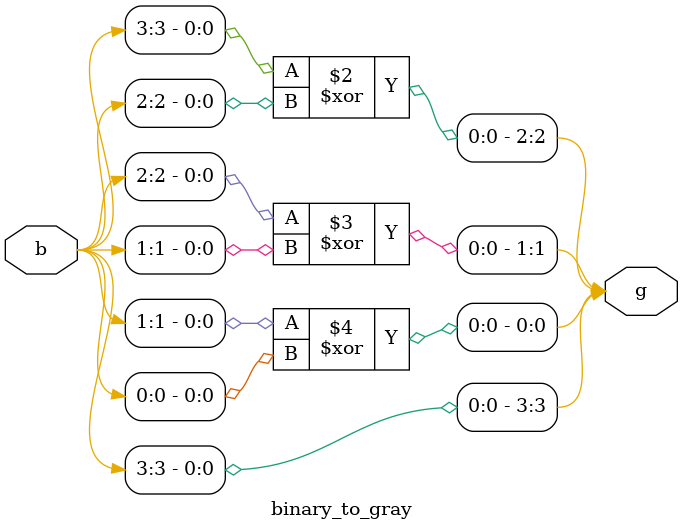
<source format=v>
module binary_to_gray( b,g);

  input  [3:0] b;
  output reg[3:0]g;
  
  always @(*)
    begin
      g[3]=b[3];
      g[2]=b[3]^b[2];
      g[1]=b[2]^b[1];
      g[0]=b[1]^b[0];
    end
  
endmodule
  

</source>
